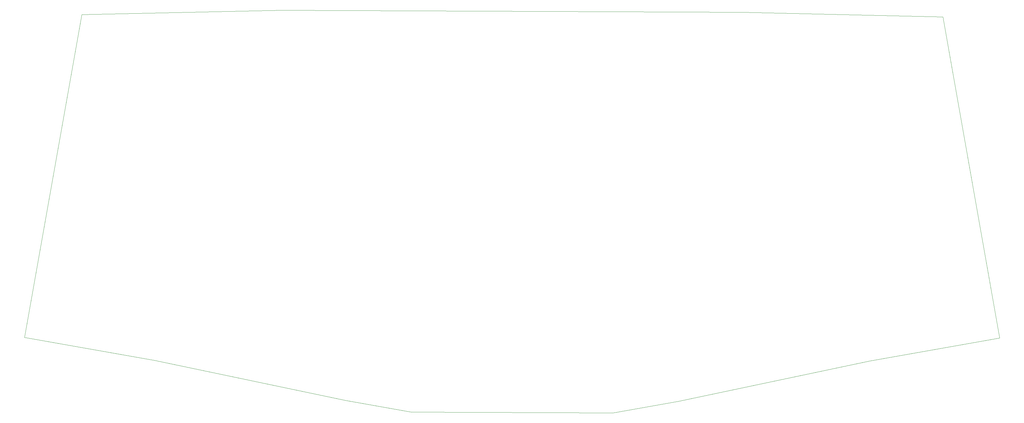
<source format=gm1>
%TF.GenerationSoftware,KiCad,Pcbnew,(6.0.8)*%
%TF.CreationDate,2023-03-16T04:40:49+07:00*%
%TF.ProjectId,test,74657374-2e6b-4696-9361-645f70636258,rev?*%
%TF.SameCoordinates,Original*%
%TF.FileFunction,Profile,NP*%
%FSLAX46Y46*%
G04 Gerber Fmt 4.6, Leading zero omitted, Abs format (unit mm)*
G04 Created by KiCad (PCBNEW (6.0.8)) date 2023-03-16 04:40:49*
%MOMM*%
%LPD*%
G01*
G04 APERTURE LIST*
%TA.AperFunction,Profile*%
%ADD10C,0.100000*%
%TD*%
G04 APERTURE END LIST*
D10*
X539195197Y-347623777D02*
X501390010Y-354284381D01*
X272041534Y-253307550D02*
X330311776Y-252000842D01*
X367897510Y-369169298D02*
X348884961Y-365797361D01*
X426685064Y-369410003D02*
X367897510Y-369169298D01*
X464404785Y-252606318D02*
X522681802Y-253931745D01*
X293191721Y-354096182D02*
X255411633Y-347387768D01*
X501390010Y-354284381D02*
X445686988Y-366034353D01*
X445686988Y-366034353D02*
X426685064Y-369410003D01*
X348884961Y-365797361D02*
X293191721Y-354096182D01*
X255411633Y-347387768D02*
X272041534Y-253307550D01*
X522681802Y-253931745D02*
X539195197Y-347623777D01*
X330311776Y-252000842D02*
X464404785Y-252606318D01*
M02*

</source>
